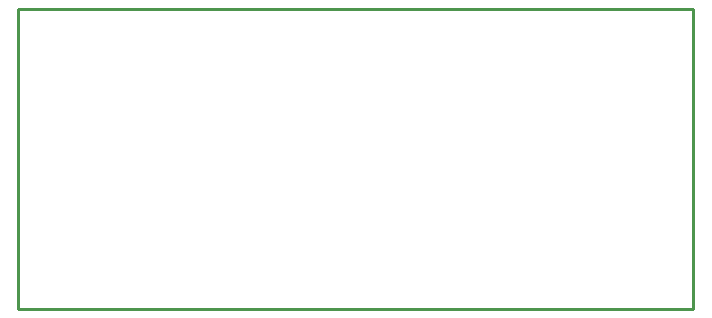
<source format=gbr>
G04 start of page 8 for group 6 idx 6 *
G04 Title: (unknown), outline *
G04 Creator: pcb 20140316 *
G04 CreationDate: Sat 09 Apr 2022 06:06:23 PM GMT UTC *
G04 For: steve *
G04 Format: Gerber/RS-274X *
G04 PCB-Dimensions (mil): 2250.00 1000.00 *
G04 PCB-Coordinate-Origin: lower left *
%MOIN*%
%FSLAX25Y25*%
%LNOUTLINE*%
%ADD37C,0.0100*%
G54D37*X0Y100000D02*Y0D01*
Y100000D02*X225000D01*
X0Y0D02*X225000D01*
Y100000D02*Y0D01*
M02*

</source>
